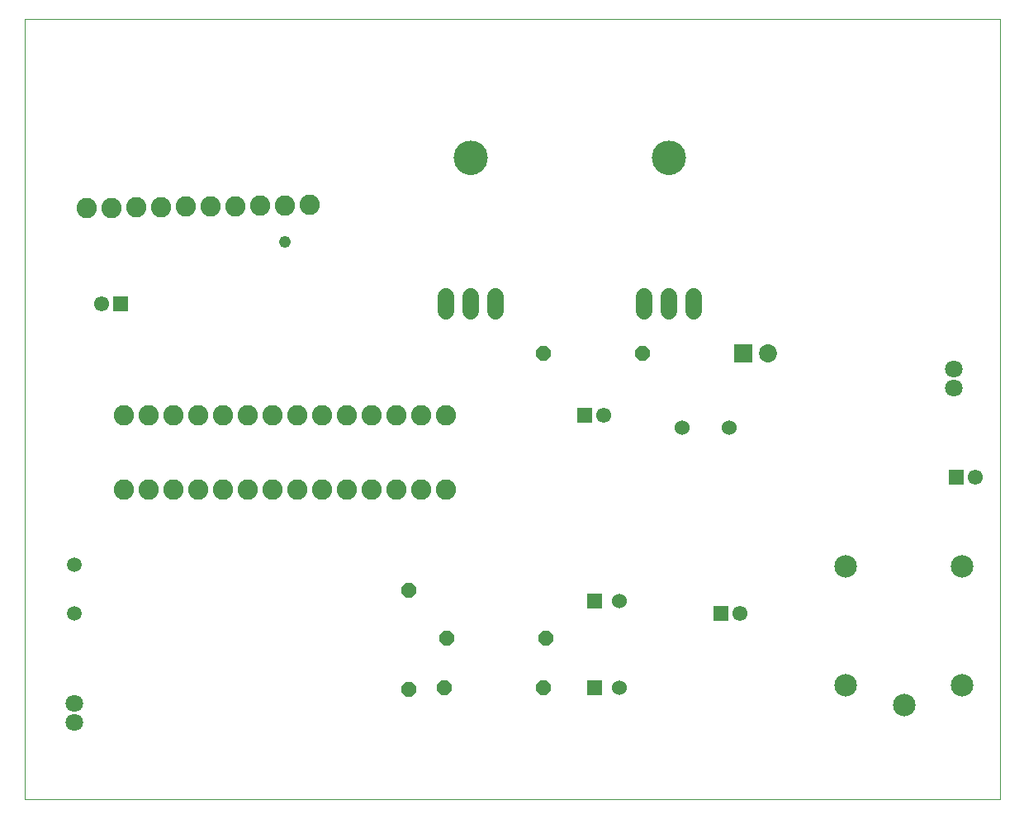
<source format=gbs>
G75*
%MOIN*%
%OFA0B0*%
%FSLAX24Y24*%
%IPPOS*%
%LPD*%
%AMOC8*
5,1,8,0,0,1.08239X$1,22.5*
%
%ADD10C,0.0000*%
%ADD11C,0.0820*%
%ADD12C,0.0710*%
%ADD13C,0.0680*%
%ADD14C,0.1380*%
%ADD15C,0.0595*%
%ADD16C,0.0600*%
%ADD17R,0.0611X0.0611*%
%ADD18C,0.0611*%
%ADD19OC8,0.0600*%
%ADD20R,0.0600X0.0600*%
%ADD21R,0.0730X0.0730*%
%ADD22C,0.0730*%
%ADD23C,0.0907*%
%ADD24C,0.0480*%
D10*
X004150Y000100D02*
X004150Y031596D01*
X043520Y031596D01*
X043520Y000100D01*
X004150Y000100D01*
X021500Y026000D02*
X021502Y026050D01*
X021508Y026100D01*
X021518Y026150D01*
X021531Y026198D01*
X021548Y026246D01*
X021569Y026292D01*
X021593Y026336D01*
X021621Y026378D01*
X021652Y026418D01*
X021686Y026455D01*
X021723Y026490D01*
X021762Y026521D01*
X021803Y026550D01*
X021847Y026575D01*
X021893Y026597D01*
X021940Y026615D01*
X021988Y026629D01*
X022037Y026640D01*
X022087Y026647D01*
X022137Y026650D01*
X022188Y026649D01*
X022238Y026644D01*
X022288Y026635D01*
X022336Y026623D01*
X022384Y026606D01*
X022430Y026586D01*
X022475Y026563D01*
X022518Y026536D01*
X022558Y026506D01*
X022596Y026473D01*
X022631Y026437D01*
X022664Y026398D01*
X022693Y026357D01*
X022719Y026314D01*
X022742Y026269D01*
X022761Y026222D01*
X022776Y026174D01*
X022788Y026125D01*
X022796Y026075D01*
X022800Y026025D01*
X022800Y025975D01*
X022796Y025925D01*
X022788Y025875D01*
X022776Y025826D01*
X022761Y025778D01*
X022742Y025731D01*
X022719Y025686D01*
X022693Y025643D01*
X022664Y025602D01*
X022631Y025563D01*
X022596Y025527D01*
X022558Y025494D01*
X022518Y025464D01*
X022475Y025437D01*
X022430Y025414D01*
X022384Y025394D01*
X022336Y025377D01*
X022288Y025365D01*
X022238Y025356D01*
X022188Y025351D01*
X022137Y025350D01*
X022087Y025353D01*
X022037Y025360D01*
X021988Y025371D01*
X021940Y025385D01*
X021893Y025403D01*
X021847Y025425D01*
X021803Y025450D01*
X021762Y025479D01*
X021723Y025510D01*
X021686Y025545D01*
X021652Y025582D01*
X021621Y025622D01*
X021593Y025664D01*
X021569Y025708D01*
X021548Y025754D01*
X021531Y025802D01*
X021518Y025850D01*
X021508Y025900D01*
X021502Y025950D01*
X021500Y026000D01*
X029500Y026000D02*
X029502Y026050D01*
X029508Y026100D01*
X029518Y026150D01*
X029531Y026198D01*
X029548Y026246D01*
X029569Y026292D01*
X029593Y026336D01*
X029621Y026378D01*
X029652Y026418D01*
X029686Y026455D01*
X029723Y026490D01*
X029762Y026521D01*
X029803Y026550D01*
X029847Y026575D01*
X029893Y026597D01*
X029940Y026615D01*
X029988Y026629D01*
X030037Y026640D01*
X030087Y026647D01*
X030137Y026650D01*
X030188Y026649D01*
X030238Y026644D01*
X030288Y026635D01*
X030336Y026623D01*
X030384Y026606D01*
X030430Y026586D01*
X030475Y026563D01*
X030518Y026536D01*
X030558Y026506D01*
X030596Y026473D01*
X030631Y026437D01*
X030664Y026398D01*
X030693Y026357D01*
X030719Y026314D01*
X030742Y026269D01*
X030761Y026222D01*
X030776Y026174D01*
X030788Y026125D01*
X030796Y026075D01*
X030800Y026025D01*
X030800Y025975D01*
X030796Y025925D01*
X030788Y025875D01*
X030776Y025826D01*
X030761Y025778D01*
X030742Y025731D01*
X030719Y025686D01*
X030693Y025643D01*
X030664Y025602D01*
X030631Y025563D01*
X030596Y025527D01*
X030558Y025494D01*
X030518Y025464D01*
X030475Y025437D01*
X030430Y025414D01*
X030384Y025394D01*
X030336Y025377D01*
X030288Y025365D01*
X030238Y025356D01*
X030188Y025351D01*
X030137Y025350D01*
X030087Y025353D01*
X030037Y025360D01*
X029988Y025371D01*
X029940Y025385D01*
X029893Y025403D01*
X029847Y025425D01*
X029803Y025450D01*
X029762Y025479D01*
X029723Y025510D01*
X029686Y025545D01*
X029652Y025582D01*
X029621Y025622D01*
X029593Y025664D01*
X029569Y025708D01*
X029548Y025754D01*
X029531Y025802D01*
X029518Y025850D01*
X029508Y025900D01*
X029502Y025950D01*
X029500Y026000D01*
D11*
X015650Y024100D03*
X014650Y024086D03*
X013650Y024072D03*
X012650Y024058D03*
X011650Y024044D03*
X010650Y024030D03*
X009651Y024016D03*
X008651Y024002D03*
X007651Y023988D03*
X006651Y023974D03*
X008150Y015600D03*
X009150Y015600D03*
X010150Y015600D03*
X011150Y015600D03*
X012150Y015600D03*
X013150Y015600D03*
X014150Y015600D03*
X015150Y015600D03*
X016150Y015600D03*
X017150Y015600D03*
X018150Y015600D03*
X019150Y015600D03*
X020150Y015600D03*
X021150Y015600D03*
X021150Y012600D03*
X020150Y012600D03*
X019150Y012600D03*
X018150Y012600D03*
X017150Y012600D03*
X016150Y012600D03*
X015150Y012600D03*
X014150Y012600D03*
X013150Y012600D03*
X012150Y012600D03*
X011150Y012600D03*
X010150Y012600D03*
X009150Y012600D03*
X008150Y012600D03*
D12*
X006150Y003994D03*
X006150Y003206D03*
X041650Y016706D03*
X041650Y017494D03*
D13*
X031150Y019800D02*
X031150Y020400D01*
X030150Y020400D02*
X030150Y019800D01*
X029150Y019800D02*
X029150Y020400D01*
X023150Y020400D02*
X023150Y019800D01*
X022150Y019800D02*
X022150Y020400D01*
X021150Y020400D02*
X021150Y019800D01*
D14*
X022150Y026000D03*
X030150Y026000D03*
D15*
X006150Y009584D03*
X006150Y007616D03*
D16*
X028150Y008100D03*
X028150Y004600D03*
X030700Y015100D03*
X032600Y015100D03*
D17*
X026756Y015600D03*
X032256Y007600D03*
X041756Y013100D03*
X008044Y020100D03*
D18*
X007256Y020100D03*
X027544Y015600D03*
X033044Y007600D03*
X042544Y013100D03*
D19*
X029100Y018100D03*
X025100Y018100D03*
X019650Y008550D03*
X021200Y006600D03*
X021100Y004600D03*
X019650Y004550D03*
X025100Y004600D03*
X025200Y006600D03*
D20*
X027150Y008100D03*
X027150Y004600D03*
D21*
X033150Y018100D03*
D22*
X034150Y018100D03*
D23*
X037288Y009502D03*
X042012Y009502D03*
X042012Y004698D03*
X039650Y003911D03*
X037288Y004698D03*
D24*
X014650Y022600D03*
M02*

</source>
